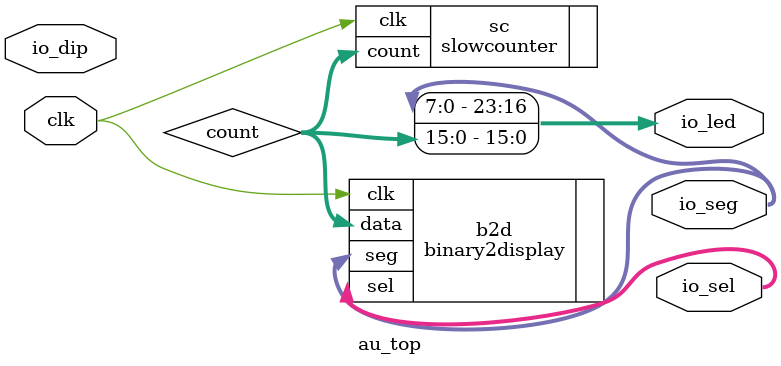
<source format=v>
module au_top(
  input clk,              // 100 MHz onboard clock
  input [23:0] io_dip,    // 24 DIP switches
  output [23:0] io_led,   // 24 LEDs
  output [3:0] io_sel,    // digit selector, active LOW
  output [7:0] io_seg);   // segment drivers, active LOW
                          // 0->6 = segments A->G
                          // 7    = radix point (DP)

  wire [15:0] count;   // slow counter
  
  assign io_led[15:0]=count;   // Also display on the LEDs    
  
  assign io_led[23:16]=io_seg; // Have the segment drivers drive the high bits
    

// Slow counter routine, from last lab     
  slowcounter #(.WIDTH(16)) sc (.clk(clk),.count(count));  
// Binary 2 display module, which they write for this lab
  binary2display b2d 
     (.clk(clk),.data(count[15:0]),.sel(io_sel),.seg(io_seg));

     
endmodule
</source>
